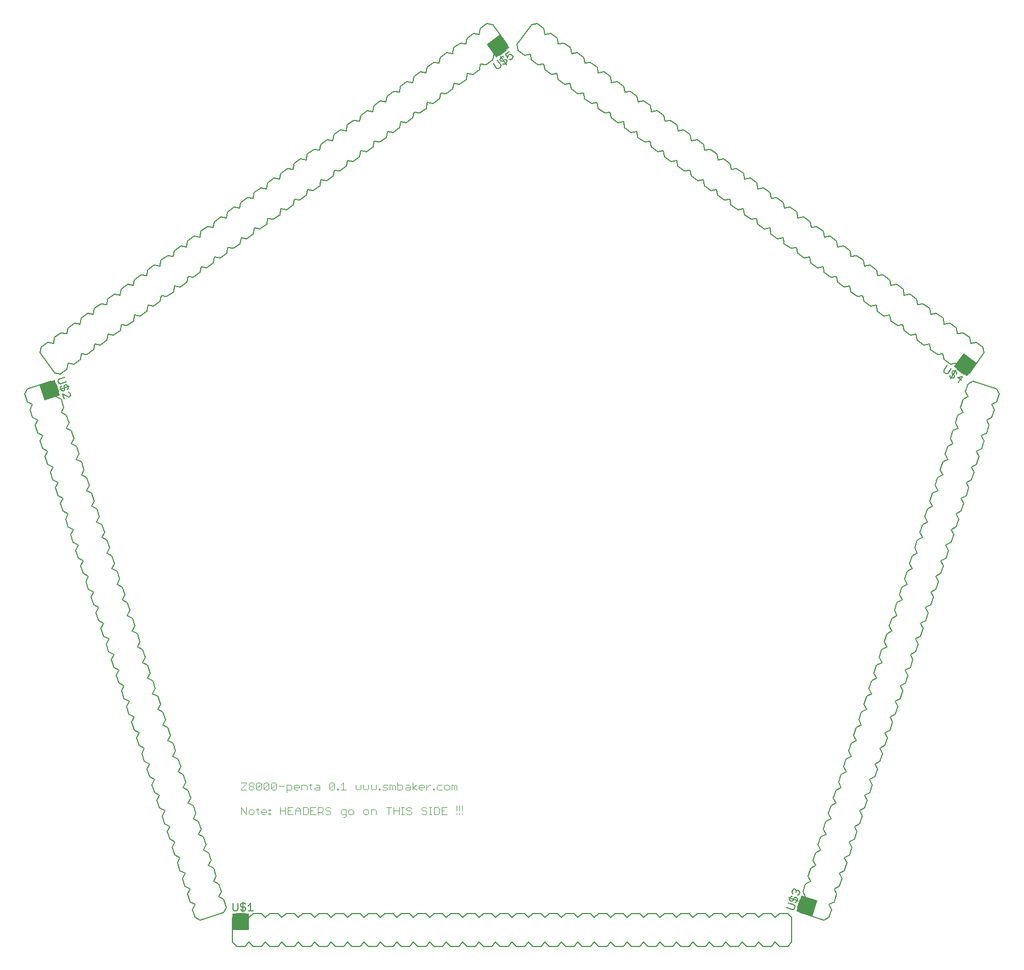
<source format=gto>
G75*
%MOIN*%
%OFA0B0*%
%FSLAX25Y25*%
%IPPOS*%
%LPD*%
%AMOC8*
5,1,8,0,0,1.08239X$1,22.5*
%
%ADD10C,0.00400*%
%ADD11C,0.00600*%
%ADD12R,0.10000X0.10000*%
%ADD13C,0.00500*%
%ADD14R,0.10000X0.10000*%
D10*
X0176500Y0091500D02*
X0176500Y0096104D01*
X0179569Y0091500D01*
X0179569Y0096104D01*
X0181104Y0093802D02*
X0181104Y0092267D01*
X0181871Y0091500D01*
X0183406Y0091500D01*
X0184173Y0092267D01*
X0184173Y0093802D01*
X0183406Y0094569D01*
X0181871Y0094569D01*
X0181104Y0093802D01*
X0185708Y0094569D02*
X0187242Y0094569D01*
X0186475Y0095337D02*
X0186475Y0092267D01*
X0187242Y0091500D01*
X0188777Y0092267D02*
X0188777Y0093802D01*
X0189544Y0094569D01*
X0191079Y0094569D01*
X0191846Y0093802D01*
X0191846Y0093035D01*
X0188777Y0093035D01*
X0188777Y0092267D02*
X0189544Y0091500D01*
X0191079Y0091500D01*
X0193381Y0091500D02*
X0193381Y0092267D01*
X0194148Y0092267D01*
X0194148Y0091500D01*
X0193381Y0091500D01*
X0193381Y0093802D02*
X0193381Y0094569D01*
X0194148Y0094569D01*
X0194148Y0093802D01*
X0193381Y0093802D01*
X0200287Y0093802D02*
X0203356Y0093802D01*
X0204891Y0093802D02*
X0206425Y0093802D01*
X0204891Y0096104D02*
X0204891Y0091500D01*
X0207960Y0091500D01*
X0209495Y0091500D02*
X0209495Y0094569D01*
X0211029Y0096104D01*
X0212564Y0094569D01*
X0212564Y0091500D01*
X0214099Y0091500D02*
X0216401Y0091500D01*
X0217168Y0092267D01*
X0217168Y0095337D01*
X0216401Y0096104D01*
X0214099Y0096104D01*
X0214099Y0091500D01*
X0212564Y0093802D02*
X0209495Y0093802D01*
X0207960Y0096104D02*
X0204891Y0096104D01*
X0203356Y0096104D02*
X0203356Y0091500D01*
X0200287Y0091500D02*
X0200287Y0096104D01*
X0204124Y0104965D02*
X0204124Y0109569D01*
X0206426Y0109569D01*
X0207193Y0108802D01*
X0207193Y0107267D01*
X0206426Y0106500D01*
X0204124Y0106500D01*
X0202589Y0108802D02*
X0199520Y0108802D01*
X0197985Y0110337D02*
X0194916Y0107267D01*
X0195683Y0106500D01*
X0197218Y0106500D01*
X0197985Y0107267D01*
X0197985Y0110337D01*
X0197218Y0111104D01*
X0195683Y0111104D01*
X0194916Y0110337D01*
X0194916Y0107267D01*
X0193381Y0107267D02*
X0192614Y0106500D01*
X0191079Y0106500D01*
X0190312Y0107267D01*
X0193381Y0110337D01*
X0193381Y0107267D01*
X0190312Y0107267D02*
X0190312Y0110337D01*
X0191079Y0111104D01*
X0192614Y0111104D01*
X0193381Y0110337D01*
X0188777Y0110337D02*
X0185708Y0107267D01*
X0186475Y0106500D01*
X0188010Y0106500D01*
X0188777Y0107267D01*
X0188777Y0110337D01*
X0188010Y0111104D01*
X0186475Y0111104D01*
X0185708Y0110337D01*
X0185708Y0107267D01*
X0184173Y0107267D02*
X0183406Y0106500D01*
X0181871Y0106500D01*
X0181104Y0107267D01*
X0181104Y0108035D01*
X0181871Y0108802D01*
X0183406Y0108802D01*
X0184173Y0108035D01*
X0184173Y0107267D01*
X0183406Y0108802D02*
X0184173Y0109569D01*
X0184173Y0110337D01*
X0183406Y0111104D01*
X0181871Y0111104D01*
X0181104Y0110337D01*
X0181104Y0109569D01*
X0181871Y0108802D01*
X0179569Y0110337D02*
X0176500Y0107267D01*
X0176500Y0106500D01*
X0179569Y0106500D01*
X0179569Y0110337D02*
X0179569Y0111104D01*
X0176500Y0111104D01*
X0208727Y0108802D02*
X0208727Y0107267D01*
X0209495Y0106500D01*
X0211029Y0106500D01*
X0211797Y0108035D02*
X0208727Y0108035D01*
X0208727Y0108802D02*
X0209495Y0109569D01*
X0211029Y0109569D01*
X0211797Y0108802D01*
X0211797Y0108035D01*
X0213331Y0109569D02*
X0213331Y0106500D01*
X0213331Y0109569D02*
X0215633Y0109569D01*
X0216401Y0108802D01*
X0216401Y0106500D01*
X0218703Y0107267D02*
X0219470Y0106500D01*
X0218703Y0107267D02*
X0218703Y0110337D01*
X0219470Y0109569D02*
X0217935Y0109569D01*
X0221005Y0107267D02*
X0221772Y0108035D01*
X0224074Y0108035D01*
X0224074Y0108802D02*
X0224074Y0106500D01*
X0221772Y0106500D01*
X0221005Y0107267D01*
X0221772Y0109569D02*
X0223307Y0109569D01*
X0224074Y0108802D01*
X0230212Y0107267D02*
X0230212Y0110337D01*
X0230980Y0111104D01*
X0232514Y0111104D01*
X0233282Y0110337D01*
X0230212Y0107267D01*
X0230980Y0106500D01*
X0232514Y0106500D01*
X0233282Y0107267D01*
X0233282Y0110337D01*
X0234816Y0107267D02*
X0235584Y0107267D01*
X0235584Y0106500D01*
X0234816Y0106500D01*
X0234816Y0107267D01*
X0237118Y0106500D02*
X0240188Y0106500D01*
X0238653Y0106500D02*
X0238653Y0111104D01*
X0237118Y0109569D01*
X0246326Y0109569D02*
X0246326Y0107267D01*
X0247093Y0106500D01*
X0247861Y0107267D01*
X0248628Y0106500D01*
X0249395Y0107267D01*
X0249395Y0109569D01*
X0250930Y0109569D02*
X0250930Y0107267D01*
X0251697Y0106500D01*
X0252465Y0107267D01*
X0253232Y0106500D01*
X0253999Y0107267D01*
X0253999Y0109569D01*
X0255534Y0109569D02*
X0255534Y0107267D01*
X0256301Y0106500D01*
X0257069Y0107267D01*
X0257836Y0106500D01*
X0258603Y0107267D01*
X0258603Y0109569D01*
X0260138Y0107267D02*
X0260905Y0107267D01*
X0260905Y0106500D01*
X0260138Y0106500D01*
X0260138Y0107267D01*
X0262440Y0106500D02*
X0264742Y0106500D01*
X0265509Y0107267D01*
X0264742Y0108035D01*
X0263207Y0108035D01*
X0262440Y0108802D01*
X0263207Y0109569D01*
X0265509Y0109569D01*
X0267044Y0109569D02*
X0267811Y0109569D01*
X0268578Y0108802D01*
X0269346Y0109569D01*
X0270113Y0108802D01*
X0270113Y0106500D01*
X0268578Y0106500D02*
X0268578Y0108802D01*
X0267044Y0109569D02*
X0267044Y0106500D01*
X0271648Y0106500D02*
X0271648Y0111104D01*
X0271648Y0109569D02*
X0273950Y0109569D01*
X0274717Y0108802D01*
X0274717Y0107267D01*
X0273950Y0106500D01*
X0271648Y0106500D01*
X0276252Y0107267D02*
X0277019Y0108035D01*
X0279321Y0108035D01*
X0279321Y0108802D02*
X0279321Y0106500D01*
X0277019Y0106500D01*
X0276252Y0107267D01*
X0277019Y0109569D02*
X0278554Y0109569D01*
X0279321Y0108802D01*
X0280856Y0108035D02*
X0283158Y0109569D01*
X0284692Y0108802D02*
X0285460Y0109569D01*
X0286994Y0109569D01*
X0287761Y0108802D01*
X0287761Y0108035D01*
X0284692Y0108035D01*
X0284692Y0108802D02*
X0284692Y0107267D01*
X0285460Y0106500D01*
X0286994Y0106500D01*
X0289296Y0106500D02*
X0289296Y0109569D01*
X0289296Y0108035D02*
X0290831Y0109569D01*
X0291598Y0109569D01*
X0293133Y0107267D02*
X0293900Y0107267D01*
X0293900Y0106500D01*
X0293133Y0106500D01*
X0293133Y0107267D01*
X0295435Y0107267D02*
X0296202Y0106500D01*
X0298504Y0106500D01*
X0300039Y0107267D02*
X0300806Y0106500D01*
X0302341Y0106500D01*
X0303108Y0107267D01*
X0303108Y0108802D01*
X0302341Y0109569D01*
X0300806Y0109569D01*
X0300039Y0108802D01*
X0300039Y0107267D01*
X0298504Y0109569D02*
X0296202Y0109569D01*
X0295435Y0108802D01*
X0295435Y0107267D01*
X0283158Y0106500D02*
X0280856Y0108035D01*
X0280856Y0106500D02*
X0280856Y0111104D01*
X0279321Y0096104D02*
X0277786Y0096104D01*
X0277019Y0095337D01*
X0277019Y0094569D01*
X0277786Y0093802D01*
X0279321Y0093802D01*
X0280088Y0093035D01*
X0280088Y0092267D01*
X0279321Y0091500D01*
X0277786Y0091500D01*
X0277019Y0092267D01*
X0275484Y0091500D02*
X0273950Y0091500D01*
X0274717Y0091500D02*
X0274717Y0096104D01*
X0273950Y0096104D02*
X0275484Y0096104D01*
X0272415Y0096104D02*
X0272415Y0091500D01*
X0272415Y0093802D02*
X0269346Y0093802D01*
X0269346Y0091500D02*
X0269346Y0096104D01*
X0267811Y0096104D02*
X0264742Y0096104D01*
X0266277Y0096104D02*
X0266277Y0091500D01*
X0258603Y0091500D02*
X0258603Y0093802D01*
X0257836Y0094569D01*
X0255534Y0094569D01*
X0255534Y0091500D01*
X0253999Y0092267D02*
X0253999Y0093802D01*
X0253232Y0094569D01*
X0251697Y0094569D01*
X0250930Y0093802D01*
X0250930Y0092267D01*
X0251697Y0091500D01*
X0253232Y0091500D01*
X0253999Y0092267D01*
X0244792Y0092267D02*
X0244792Y0093802D01*
X0244024Y0094569D01*
X0242490Y0094569D01*
X0241722Y0093802D01*
X0241722Y0092267D01*
X0242490Y0091500D01*
X0244024Y0091500D01*
X0244792Y0092267D01*
X0240188Y0091500D02*
X0237886Y0091500D01*
X0237118Y0092267D01*
X0237118Y0093802D01*
X0237886Y0094569D01*
X0240188Y0094569D01*
X0240188Y0090733D01*
X0239420Y0089965D01*
X0238653Y0089965D01*
X0230980Y0092267D02*
X0230212Y0091500D01*
X0228678Y0091500D01*
X0227910Y0092267D01*
X0226376Y0091500D02*
X0224841Y0093035D01*
X0225609Y0093035D02*
X0223307Y0093035D01*
X0223307Y0091500D02*
X0223307Y0096104D01*
X0225609Y0096104D01*
X0226376Y0095337D01*
X0226376Y0093802D01*
X0225609Y0093035D01*
X0227910Y0094569D02*
X0228678Y0093802D01*
X0230212Y0093802D01*
X0230980Y0093035D01*
X0230980Y0092267D01*
X0230980Y0095337D02*
X0230212Y0096104D01*
X0228678Y0096104D01*
X0227910Y0095337D01*
X0227910Y0094569D01*
X0221772Y0096104D02*
X0218703Y0096104D01*
X0218703Y0091500D01*
X0221772Y0091500D01*
X0220237Y0093802D02*
X0218703Y0093802D01*
X0279321Y0096104D02*
X0280088Y0095337D01*
X0286227Y0095337D02*
X0286227Y0094569D01*
X0286994Y0093802D01*
X0288529Y0093802D01*
X0289296Y0093035D01*
X0289296Y0092267D01*
X0288529Y0091500D01*
X0286994Y0091500D01*
X0286227Y0092267D01*
X0286227Y0095337D02*
X0286994Y0096104D01*
X0288529Y0096104D01*
X0289296Y0095337D01*
X0290831Y0096104D02*
X0292365Y0096104D01*
X0291598Y0096104D02*
X0291598Y0091500D01*
X0290831Y0091500D02*
X0292365Y0091500D01*
X0293900Y0091500D02*
X0296202Y0091500D01*
X0296969Y0092267D01*
X0296969Y0095337D01*
X0296202Y0096104D01*
X0293900Y0096104D01*
X0293900Y0091500D01*
X0298504Y0091500D02*
X0301573Y0091500D01*
X0300039Y0093802D02*
X0298504Y0093802D01*
X0298504Y0096104D02*
X0298504Y0091500D01*
X0298504Y0096104D02*
X0301573Y0096104D01*
X0307712Y0096871D02*
X0307712Y0093802D01*
X0309246Y0093802D02*
X0309246Y0096871D01*
X0310781Y0096871D02*
X0310781Y0093802D01*
X0310781Y0092267D02*
X0310781Y0091500D01*
X0309246Y0091500D02*
X0309246Y0092267D01*
X0307712Y0092267D02*
X0307712Y0091500D01*
X0307712Y0106500D02*
X0307712Y0108802D01*
X0306945Y0109569D01*
X0306177Y0108802D01*
X0306177Y0106500D01*
X0304643Y0106500D02*
X0304643Y0109569D01*
X0305410Y0109569D01*
X0306177Y0108802D01*
D11*
X0126919Y0095482D02*
X0125373Y0100237D01*
X0126979Y0103387D01*
X0123828Y0104992D01*
X0122283Y0109748D01*
X0123888Y0112898D01*
X0120738Y0114503D01*
X0119193Y0119258D01*
X0120798Y0122408D01*
X0117648Y0124014D01*
X0116103Y0128769D01*
X0117708Y0131919D01*
X0114558Y0133524D01*
X0113013Y0138279D01*
X0114618Y0141430D01*
X0111468Y0143035D01*
X0109923Y0147790D01*
X0111528Y0150940D01*
X0108378Y0152545D01*
X0106832Y0157300D01*
X0108438Y0160451D01*
X0105287Y0162056D01*
X0103742Y0166811D01*
X0105347Y0169961D01*
X0102197Y0171566D01*
X0100652Y0176322D01*
X0102257Y0179472D01*
X0099107Y0181077D01*
X0097562Y0185832D01*
X0099167Y0188982D01*
X0096017Y0190587D01*
X0094472Y0195343D01*
X0096077Y0198493D01*
X0092927Y0200098D01*
X0091382Y0204853D01*
X0092987Y0208003D01*
X0089837Y0209609D01*
X0088291Y0214364D01*
X0089897Y0217514D01*
X0086746Y0219119D01*
X0085201Y0223874D01*
X0086806Y0227025D01*
X0083656Y0228630D01*
X0082111Y0233385D01*
X0083716Y0236535D01*
X0080566Y0238140D01*
X0079021Y0242896D01*
X0080626Y0246046D01*
X0077476Y0247651D01*
X0075931Y0252406D01*
X0077536Y0255556D01*
X0074386Y0257161D01*
X0072841Y0261917D01*
X0074446Y0265067D01*
X0071296Y0266672D01*
X0069750Y0271427D01*
X0071356Y0274577D01*
X0068205Y0276183D01*
X0066660Y0280938D01*
X0068265Y0284088D01*
X0065115Y0285693D01*
X0063570Y0290448D01*
X0065175Y0293599D01*
X0062025Y0295204D01*
X0060480Y0299959D01*
X0062085Y0303109D01*
X0058935Y0304714D01*
X0057390Y0309470D01*
X0058995Y0312620D01*
X0055845Y0314225D01*
X0054300Y0318980D01*
X0055905Y0322130D01*
X0052755Y0323735D01*
X0051209Y0328491D01*
X0052815Y0331641D01*
X0049664Y0333246D01*
X0048119Y0338001D01*
X0049724Y0341151D01*
X0046574Y0342757D01*
X0045029Y0347512D01*
X0046634Y0350662D01*
X0060900Y0355297D01*
X0064050Y0353692D01*
X0065595Y0348937D01*
X0063990Y0345787D01*
X0067140Y0344182D01*
X0068685Y0339426D01*
X0067080Y0336276D01*
X0070231Y0334671D01*
X0071776Y0329916D01*
X0070171Y0326766D01*
X0073321Y0325160D01*
X0074866Y0320405D01*
X0073261Y0317255D01*
X0076411Y0315650D01*
X0077956Y0310895D01*
X0076351Y0307744D01*
X0079501Y0306139D01*
X0081046Y0301384D01*
X0079441Y0298234D01*
X0082591Y0296629D01*
X0084136Y0291873D01*
X0082531Y0288723D01*
X0085681Y0287118D01*
X0087226Y0282363D01*
X0085621Y0279213D01*
X0088772Y0277608D01*
X0090317Y0272852D01*
X0088712Y0269702D01*
X0091862Y0268097D01*
X0093407Y0263342D01*
X0091802Y0260192D01*
X0094952Y0258586D01*
X0096497Y0253831D01*
X0094892Y0250681D01*
X0098042Y0249076D01*
X0099587Y0244321D01*
X0097982Y0241170D01*
X0101132Y0239565D01*
X0102677Y0234810D01*
X0101072Y0231660D01*
X0104222Y0230055D01*
X0105768Y0225299D01*
X0104162Y0222149D01*
X0107313Y0220544D01*
X0108858Y0215789D01*
X0107253Y0212639D01*
X0110403Y0211034D01*
X0111948Y0206278D01*
X0110343Y0203128D01*
X0113493Y0201523D01*
X0115038Y0196768D01*
X0113433Y0193618D01*
X0116583Y0192013D01*
X0118128Y0187257D01*
X0116523Y0184107D01*
X0119673Y0182502D01*
X0121218Y0177747D01*
X0119613Y0174596D01*
X0122763Y0172991D01*
X0124309Y0168236D01*
X0122703Y0165086D01*
X0125854Y0163481D01*
X0127399Y0158726D01*
X0125794Y0155575D01*
X0128944Y0153970D01*
X0130489Y0149215D01*
X0128884Y0146065D01*
X0132034Y0144460D01*
X0133579Y0139704D01*
X0131974Y0136554D01*
X0135124Y0134949D01*
X0136669Y0130194D01*
X0135064Y0127044D01*
X0138214Y0125439D01*
X0139759Y0120683D01*
X0138154Y0117533D01*
X0141304Y0115928D01*
X0142850Y0111173D01*
X0141244Y0108023D01*
X0144395Y0106417D01*
X0145940Y0101662D01*
X0144335Y0098512D01*
X0147485Y0096907D01*
X0149030Y0092152D01*
X0147425Y0089001D01*
X0150575Y0087396D01*
X0152120Y0082641D01*
X0150515Y0079491D01*
X0153665Y0077886D01*
X0155210Y0073130D01*
X0153605Y0069980D01*
X0156755Y0068375D01*
X0158300Y0063620D01*
X0156695Y0060470D01*
X0159845Y0058865D01*
X0161391Y0054109D01*
X0159785Y0050959D01*
X0162936Y0049354D01*
X0164481Y0044599D01*
X0162876Y0041449D01*
X0166026Y0039843D01*
X0167571Y0035088D01*
X0165966Y0031938D01*
X0151700Y0027303D01*
X0148550Y0028908D01*
X0147005Y0033663D01*
X0148610Y0036813D01*
X0145460Y0038418D01*
X0143915Y0043174D01*
X0145520Y0046324D01*
X0142369Y0047929D01*
X0140824Y0052684D01*
X0142429Y0055834D01*
X0139279Y0057440D01*
X0137734Y0062195D01*
X0139339Y0065345D01*
X0136189Y0066950D01*
X0134644Y0071705D01*
X0136249Y0074856D01*
X0133099Y0076461D01*
X0131554Y0081216D01*
X0133159Y0084366D01*
X0130009Y0085971D01*
X0128464Y0090727D01*
X0130069Y0093877D01*
X0126919Y0095482D01*
X0173800Y0031300D02*
X0171300Y0028800D01*
X0171300Y0013800D01*
X0173800Y0011300D01*
X0178800Y0011300D01*
X0181300Y0013800D01*
X0183800Y0011300D01*
X0188800Y0011300D01*
X0191300Y0013800D01*
X0193800Y0011300D01*
X0198800Y0011300D01*
X0201300Y0013800D01*
X0203800Y0011300D01*
X0208800Y0011300D01*
X0211300Y0013800D01*
X0213800Y0011300D01*
X0218800Y0011300D01*
X0221300Y0013800D01*
X0223800Y0011300D01*
X0228800Y0011300D01*
X0231300Y0013800D01*
X0233800Y0011300D01*
X0238800Y0011300D01*
X0241300Y0013800D01*
X0243800Y0011300D01*
X0248800Y0011300D01*
X0251300Y0013800D01*
X0253800Y0011300D01*
X0258800Y0011300D01*
X0261300Y0013800D01*
X0263800Y0011300D01*
X0268800Y0011300D01*
X0271300Y0013800D01*
X0273800Y0011300D01*
X0278800Y0011300D01*
X0281300Y0013800D01*
X0283800Y0011300D01*
X0288800Y0011300D01*
X0291300Y0013800D01*
X0293800Y0011300D01*
X0298800Y0011300D01*
X0301300Y0013800D01*
X0303800Y0011300D01*
X0308800Y0011300D01*
X0311300Y0013800D01*
X0313800Y0011300D01*
X0318800Y0011300D01*
X0321300Y0013800D01*
X0323800Y0011300D01*
X0328800Y0011300D01*
X0331300Y0013800D01*
X0333800Y0011300D01*
X0338800Y0011300D01*
X0341300Y0013800D01*
X0343800Y0011300D01*
X0348800Y0011300D01*
X0351300Y0013800D01*
X0353800Y0011300D01*
X0358800Y0011300D01*
X0361300Y0013800D01*
X0363800Y0011300D01*
X0368800Y0011300D01*
X0371300Y0013800D01*
X0373800Y0011300D01*
X0378800Y0011300D01*
X0381300Y0013800D01*
X0383800Y0011300D01*
X0388800Y0011300D01*
X0391300Y0013800D01*
X0393800Y0011300D01*
X0398800Y0011300D01*
X0401300Y0013800D01*
X0403800Y0011300D01*
X0408800Y0011300D01*
X0411300Y0013800D01*
X0413800Y0011300D01*
X0418800Y0011300D01*
X0421300Y0013800D01*
X0423800Y0011300D01*
X0428800Y0011300D01*
X0431300Y0013800D01*
X0433800Y0011300D01*
X0438800Y0011300D01*
X0441300Y0013800D01*
X0443800Y0011300D01*
X0448800Y0011300D01*
X0451300Y0013800D01*
X0453800Y0011300D01*
X0458800Y0011300D01*
X0461300Y0013800D01*
X0463800Y0011300D01*
X0468800Y0011300D01*
X0471300Y0013800D01*
X0473800Y0011300D01*
X0478800Y0011300D01*
X0481300Y0013800D01*
X0483800Y0011300D01*
X0488800Y0011300D01*
X0491300Y0013800D01*
X0493800Y0011300D01*
X0498800Y0011300D01*
X0501300Y0013800D01*
X0503800Y0011300D01*
X0508800Y0011300D01*
X0511300Y0013800D01*
X0511300Y0028800D01*
X0508800Y0031300D01*
X0503800Y0031300D01*
X0501300Y0028800D01*
X0498800Y0031300D01*
X0493800Y0031300D01*
X0491300Y0028800D01*
X0488800Y0031300D01*
X0483800Y0031300D01*
X0481300Y0028800D01*
X0478800Y0031300D01*
X0473800Y0031300D01*
X0471300Y0028800D01*
X0468800Y0031300D01*
X0463800Y0031300D01*
X0461300Y0028800D01*
X0458800Y0031300D01*
X0453800Y0031300D01*
X0451300Y0028800D01*
X0448800Y0031300D01*
X0443800Y0031300D01*
X0441300Y0028800D01*
X0438800Y0031300D01*
X0433800Y0031300D01*
X0431300Y0028800D01*
X0428800Y0031300D01*
X0423800Y0031300D01*
X0421300Y0028800D01*
X0418800Y0031300D01*
X0413800Y0031300D01*
X0411300Y0028800D01*
X0408800Y0031300D01*
X0403800Y0031300D01*
X0401300Y0028800D01*
X0398800Y0031300D01*
X0393800Y0031300D01*
X0391300Y0028800D01*
X0388800Y0031300D01*
X0383800Y0031300D01*
X0381300Y0028800D01*
X0378800Y0031300D01*
X0373800Y0031300D01*
X0371300Y0028800D01*
X0368800Y0031300D01*
X0363800Y0031300D01*
X0361300Y0028800D01*
X0358800Y0031300D01*
X0353800Y0031300D01*
X0351300Y0028800D01*
X0348800Y0031300D01*
X0343800Y0031300D01*
X0341300Y0028800D01*
X0338800Y0031300D01*
X0333800Y0031300D01*
X0331300Y0028800D01*
X0328800Y0031300D01*
X0323800Y0031300D01*
X0321300Y0028800D01*
X0318800Y0031300D01*
X0313800Y0031300D01*
X0311300Y0028800D01*
X0308800Y0031300D01*
X0303800Y0031300D01*
X0301300Y0028800D01*
X0298800Y0031300D01*
X0293800Y0031300D01*
X0291300Y0028800D01*
X0288800Y0031300D01*
X0283800Y0031300D01*
X0281300Y0028800D01*
X0278800Y0031300D01*
X0273800Y0031300D01*
X0271300Y0028800D01*
X0268800Y0031300D01*
X0263800Y0031300D01*
X0261300Y0028800D01*
X0258800Y0031300D01*
X0253800Y0031300D01*
X0251300Y0028800D01*
X0248800Y0031300D01*
X0243800Y0031300D01*
X0241300Y0028800D01*
X0238800Y0031300D01*
X0233800Y0031300D01*
X0231300Y0028800D01*
X0228800Y0031300D01*
X0223800Y0031300D01*
X0221300Y0028800D01*
X0218800Y0031300D01*
X0213800Y0031300D01*
X0211300Y0028800D01*
X0208800Y0031300D01*
X0203800Y0031300D01*
X0201300Y0028800D01*
X0198800Y0031300D01*
X0193800Y0031300D01*
X0191300Y0028800D01*
X0188800Y0031300D01*
X0183800Y0031300D01*
X0181300Y0028800D01*
X0178800Y0031300D01*
X0173800Y0031300D01*
X0515029Y0035088D02*
X0516634Y0031938D01*
X0530900Y0027303D01*
X0534050Y0028908D01*
X0535595Y0033663D01*
X0533990Y0036813D01*
X0537140Y0038418D01*
X0538685Y0043174D01*
X0537080Y0046324D01*
X0540231Y0047929D01*
X0541776Y0052684D01*
X0540171Y0055834D01*
X0543321Y0057440D01*
X0544866Y0062195D01*
X0543261Y0065345D01*
X0546411Y0066950D01*
X0547956Y0071705D01*
X0546351Y0074856D01*
X0549501Y0076461D01*
X0551046Y0081216D01*
X0549441Y0084366D01*
X0552591Y0085971D01*
X0554136Y0090727D01*
X0552531Y0093877D01*
X0555681Y0095482D01*
X0557226Y0100237D01*
X0555621Y0103387D01*
X0558772Y0104992D01*
X0560317Y0109748D01*
X0558712Y0112898D01*
X0561862Y0114503D01*
X0563407Y0119258D01*
X0561802Y0122408D01*
X0564952Y0124014D01*
X0566497Y0128769D01*
X0564892Y0131919D01*
X0568042Y0133524D01*
X0569587Y0138279D01*
X0567982Y0141430D01*
X0571132Y0143035D01*
X0572677Y0147790D01*
X0571072Y0150940D01*
X0574222Y0152545D01*
X0575768Y0157300D01*
X0574162Y0160451D01*
X0577313Y0162056D01*
X0578858Y0166811D01*
X0577253Y0169961D01*
X0580403Y0171566D01*
X0581948Y0176322D01*
X0580343Y0179472D01*
X0583493Y0181077D01*
X0585038Y0185832D01*
X0583433Y0188982D01*
X0586583Y0190587D01*
X0588128Y0195343D01*
X0586523Y0198493D01*
X0589673Y0200098D01*
X0591218Y0204853D01*
X0589613Y0208003D01*
X0592763Y0209609D01*
X0594309Y0214364D01*
X0592703Y0217514D01*
X0595854Y0219119D01*
X0597399Y0223874D01*
X0595794Y0227025D01*
X0598944Y0228630D01*
X0600489Y0233385D01*
X0598884Y0236535D01*
X0602034Y0238140D01*
X0603579Y0242896D01*
X0601974Y0246046D01*
X0605124Y0247651D01*
X0606669Y0252406D01*
X0605064Y0255556D01*
X0608214Y0257161D01*
X0609759Y0261917D01*
X0608154Y0265067D01*
X0611304Y0266672D01*
X0612850Y0271427D01*
X0611244Y0274577D01*
X0614395Y0276183D01*
X0615940Y0280938D01*
X0614335Y0284088D01*
X0617485Y0285693D01*
X0619030Y0290448D01*
X0617425Y0293599D01*
X0620575Y0295204D01*
X0622120Y0299959D01*
X0620515Y0303109D01*
X0623665Y0304714D01*
X0625210Y0309470D01*
X0623605Y0312620D01*
X0626755Y0314225D01*
X0628300Y0318980D01*
X0626695Y0322130D01*
X0629845Y0323735D01*
X0631391Y0328491D01*
X0629785Y0331641D01*
X0632936Y0333246D01*
X0634481Y0338001D01*
X0632876Y0341151D01*
X0636026Y0342757D01*
X0637571Y0347512D01*
X0635966Y0350662D01*
X0621700Y0355297D01*
X0618550Y0353692D01*
X0617005Y0348937D01*
X0618610Y0345787D01*
X0615460Y0344182D01*
X0613915Y0339426D01*
X0615520Y0336276D01*
X0612369Y0334671D01*
X0610824Y0329916D01*
X0612429Y0326766D01*
X0609279Y0325160D01*
X0607734Y0320405D01*
X0609339Y0317255D01*
X0606189Y0315650D01*
X0604644Y0310895D01*
X0606249Y0307744D01*
X0603099Y0306139D01*
X0601554Y0301384D01*
X0603159Y0298234D01*
X0600009Y0296629D01*
X0598464Y0291873D01*
X0600069Y0288723D01*
X0596919Y0287118D01*
X0595373Y0282363D01*
X0596979Y0279213D01*
X0593828Y0277608D01*
X0592283Y0272852D01*
X0593888Y0269702D01*
X0590738Y0268097D01*
X0589193Y0263342D01*
X0590798Y0260192D01*
X0587648Y0258586D01*
X0586103Y0253831D01*
X0587708Y0250681D01*
X0584558Y0249076D01*
X0583013Y0244321D01*
X0584618Y0241170D01*
X0581468Y0239565D01*
X0579923Y0234810D01*
X0581528Y0231660D01*
X0578378Y0230055D01*
X0576832Y0225299D01*
X0578438Y0222149D01*
X0575287Y0220544D01*
X0573742Y0215789D01*
X0575347Y0212639D01*
X0572197Y0211034D01*
X0570652Y0206278D01*
X0572257Y0203128D01*
X0569107Y0201523D01*
X0567562Y0196768D01*
X0569167Y0193618D01*
X0566017Y0192013D01*
X0564472Y0187257D01*
X0566077Y0184107D01*
X0562927Y0182502D01*
X0561382Y0177747D01*
X0562987Y0174596D01*
X0559837Y0172991D01*
X0558291Y0168236D01*
X0559897Y0165086D01*
X0556746Y0163481D01*
X0555201Y0158726D01*
X0556806Y0155575D01*
X0553656Y0153970D01*
X0552111Y0149215D01*
X0553716Y0146065D01*
X0550566Y0144460D01*
X0549021Y0139704D01*
X0550626Y0136554D01*
X0547476Y0134949D01*
X0545931Y0130194D01*
X0547536Y0127044D01*
X0544386Y0125439D01*
X0542841Y0120683D01*
X0544446Y0117533D01*
X0541296Y0115928D01*
X0539750Y0111173D01*
X0541356Y0108023D01*
X0538205Y0106417D01*
X0536660Y0101662D01*
X0538265Y0098512D01*
X0535115Y0096907D01*
X0533570Y0092152D01*
X0535175Y0089001D01*
X0532025Y0087396D01*
X0530480Y0082641D01*
X0532085Y0079491D01*
X0528935Y0077886D01*
X0527390Y0073130D01*
X0528995Y0069980D01*
X0525845Y0068375D01*
X0524300Y0063620D01*
X0525905Y0060470D01*
X0522755Y0058865D01*
X0521209Y0054109D01*
X0522815Y0050959D01*
X0519664Y0049354D01*
X0518119Y0044599D01*
X0519724Y0041449D01*
X0516574Y0039843D01*
X0515029Y0035088D01*
X0615932Y0359756D02*
X0619424Y0360309D01*
X0628241Y0372444D01*
X0627688Y0375936D01*
X0623643Y0378875D01*
X0620151Y0378322D01*
X0619598Y0381814D01*
X0615553Y0384753D01*
X0612061Y0384200D01*
X0611508Y0387692D01*
X0607463Y0390631D01*
X0603971Y0390078D01*
X0603418Y0393570D01*
X0599373Y0396509D01*
X0595881Y0395956D01*
X0595328Y0399448D01*
X0591282Y0402386D01*
X0587790Y0401833D01*
X0587237Y0405325D01*
X0583192Y0408264D01*
X0579700Y0407711D01*
X0579147Y0411203D01*
X0575102Y0414142D01*
X0571610Y0413589D01*
X0571057Y0417081D01*
X0567012Y0420020D01*
X0563520Y0419467D01*
X0562967Y0422959D01*
X0558922Y0425898D01*
X0555430Y0425345D01*
X0554877Y0428837D01*
X0550832Y0431776D01*
X0547340Y0431223D01*
X0546786Y0434715D01*
X0542741Y0437654D01*
X0539249Y0437101D01*
X0538696Y0440593D01*
X0534651Y0443531D01*
X0531159Y0442978D01*
X0530606Y0446470D01*
X0526561Y0449409D01*
X0523069Y0448856D01*
X0522516Y0452348D01*
X0518471Y0455287D01*
X0514979Y0454734D01*
X0514426Y0458226D01*
X0510381Y0461165D01*
X0506889Y0460612D01*
X0506336Y0464104D01*
X0502291Y0467043D01*
X0498799Y0466490D01*
X0498245Y0469982D01*
X0494200Y0472921D01*
X0490708Y0472368D01*
X0490155Y0475860D01*
X0486110Y0478799D01*
X0482618Y0478245D01*
X0482065Y0481737D01*
X0478020Y0484676D01*
X0474528Y0484123D01*
X0473975Y0487615D01*
X0469930Y0490554D01*
X0466438Y0490001D01*
X0465885Y0493493D01*
X0461840Y0496432D01*
X0458348Y0495879D01*
X0457795Y0499371D01*
X0453750Y0502310D01*
X0450258Y0501757D01*
X0449704Y0505249D01*
X0445659Y0508188D01*
X0442167Y0507635D01*
X0441614Y0511127D01*
X0437569Y0514066D01*
X0434077Y0513513D01*
X0433524Y0517005D01*
X0429479Y0519944D01*
X0425987Y0519390D01*
X0425434Y0522882D01*
X0421389Y0525821D01*
X0417897Y0525268D01*
X0417344Y0528760D01*
X0413299Y0531699D01*
X0409807Y0531146D01*
X0409254Y0534638D01*
X0405209Y0537577D01*
X0401717Y0537024D01*
X0401163Y0540516D01*
X0397118Y0543455D01*
X0393626Y0542902D01*
X0393073Y0546394D01*
X0389028Y0549333D01*
X0385536Y0548780D01*
X0384983Y0552272D01*
X0380938Y0555211D01*
X0377446Y0554658D01*
X0376893Y0558150D01*
X0372848Y0561088D01*
X0369356Y0560535D01*
X0368803Y0564027D01*
X0364758Y0566966D01*
X0361266Y0566413D01*
X0360713Y0569905D01*
X0356667Y0572844D01*
X0353175Y0572291D01*
X0344359Y0560156D01*
X0344912Y0556664D01*
X0348957Y0553725D01*
X0352449Y0554278D01*
X0353002Y0550786D01*
X0357047Y0547847D01*
X0360539Y0548400D01*
X0361092Y0544908D01*
X0365137Y0541969D01*
X0368629Y0542522D01*
X0369182Y0539030D01*
X0373227Y0536091D01*
X0376719Y0536644D01*
X0377272Y0533152D01*
X0381318Y0530214D01*
X0384810Y0530767D01*
X0385363Y0527275D01*
X0389408Y0524336D01*
X0392900Y0524889D01*
X0393453Y0521397D01*
X0397498Y0518458D01*
X0400990Y0519011D01*
X0401543Y0515519D01*
X0405588Y0512580D01*
X0409080Y0513133D01*
X0409633Y0509641D01*
X0413678Y0506702D01*
X0417170Y0507255D01*
X0417723Y0503763D01*
X0421768Y0500824D01*
X0425260Y0501377D01*
X0425813Y0497885D01*
X0429859Y0494946D01*
X0433351Y0495499D01*
X0433904Y0492007D01*
X0437949Y0489069D01*
X0441441Y0489622D01*
X0441994Y0486130D01*
X0446039Y0483191D01*
X0449531Y0483744D01*
X0450084Y0480252D01*
X0454129Y0477313D01*
X0457621Y0477866D01*
X0458174Y0474374D01*
X0462219Y0471435D01*
X0465711Y0471988D01*
X0466264Y0468496D01*
X0470309Y0465557D01*
X0473801Y0466110D01*
X0474355Y0462618D01*
X0478400Y0459679D01*
X0481892Y0460232D01*
X0482445Y0456740D01*
X0486490Y0453801D01*
X0489982Y0454355D01*
X0490535Y0450863D01*
X0494580Y0447924D01*
X0498072Y0448477D01*
X0498625Y0444985D01*
X0502670Y0442046D01*
X0506162Y0442599D01*
X0506715Y0439107D01*
X0510760Y0436168D01*
X0514252Y0436721D01*
X0514805Y0433229D01*
X0518850Y0430290D01*
X0522342Y0430843D01*
X0522896Y0427351D01*
X0526941Y0424412D01*
X0530433Y0424965D01*
X0530986Y0421473D01*
X0535031Y0418534D01*
X0538523Y0419087D01*
X0539076Y0415595D01*
X0543121Y0412656D01*
X0546613Y0413210D01*
X0547166Y0409718D01*
X0551211Y0406779D01*
X0554703Y0407332D01*
X0555256Y0403840D01*
X0559301Y0400901D01*
X0562793Y0401454D01*
X0563346Y0397962D01*
X0567391Y0395023D01*
X0570883Y0395576D01*
X0571437Y0392084D01*
X0575482Y0389145D01*
X0578974Y0389698D01*
X0579527Y0386206D01*
X0583572Y0383267D01*
X0587064Y0383820D01*
X0587617Y0380328D01*
X0591662Y0377389D01*
X0595154Y0377942D01*
X0595707Y0374450D01*
X0599752Y0371512D01*
X0603244Y0372065D01*
X0603797Y0368573D01*
X0607842Y0365634D01*
X0611334Y0366187D01*
X0611887Y0362695D01*
X0615932Y0359756D01*
X0337688Y0556664D02*
X0338241Y0560156D01*
X0329424Y0572291D01*
X0325932Y0572844D01*
X0321887Y0569905D01*
X0321334Y0566413D01*
X0317842Y0566966D01*
X0313797Y0564027D01*
X0313244Y0560535D01*
X0309752Y0561088D01*
X0305707Y0558150D01*
X0305154Y0554658D01*
X0301662Y0555211D01*
X0297617Y0552272D01*
X0297064Y0548780D01*
X0293572Y0549333D01*
X0289527Y0546394D01*
X0288974Y0542902D01*
X0285482Y0543455D01*
X0281437Y0540516D01*
X0280883Y0537024D01*
X0277391Y0537577D01*
X0273346Y0534638D01*
X0272793Y0531146D01*
X0269301Y0531699D01*
X0265256Y0528760D01*
X0264703Y0525268D01*
X0261211Y0525821D01*
X0257166Y0522882D01*
X0256613Y0519390D01*
X0253121Y0519944D01*
X0249076Y0517005D01*
X0248523Y0513513D01*
X0245031Y0514066D01*
X0240986Y0511127D01*
X0240433Y0507635D01*
X0236941Y0508188D01*
X0232896Y0505249D01*
X0232342Y0501757D01*
X0228850Y0502310D01*
X0224805Y0499371D01*
X0224252Y0495879D01*
X0220760Y0496432D01*
X0216715Y0493493D01*
X0216162Y0490001D01*
X0212670Y0490554D01*
X0208625Y0487615D01*
X0208072Y0484123D01*
X0204580Y0484676D01*
X0200535Y0481737D01*
X0199982Y0478245D01*
X0196490Y0478799D01*
X0192445Y0475860D01*
X0191892Y0472368D01*
X0188400Y0472921D01*
X0184355Y0469982D01*
X0183801Y0466490D01*
X0180309Y0467043D01*
X0176264Y0464104D01*
X0175711Y0460612D01*
X0172219Y0461165D01*
X0168174Y0458226D01*
X0167621Y0454734D01*
X0164129Y0455287D01*
X0160084Y0452348D01*
X0159531Y0448856D01*
X0156039Y0449409D01*
X0151994Y0446470D01*
X0151441Y0442978D01*
X0147949Y0443531D01*
X0143904Y0440593D01*
X0143351Y0437101D01*
X0139859Y0437654D01*
X0135813Y0434715D01*
X0135260Y0431223D01*
X0131768Y0431776D01*
X0127723Y0428837D01*
X0127170Y0425345D01*
X0123678Y0425898D01*
X0119633Y0422959D01*
X0119080Y0419467D01*
X0115588Y0420020D01*
X0111543Y0417081D01*
X0110990Y0413589D01*
X0107498Y0414142D01*
X0103453Y0411203D01*
X0102900Y0407711D01*
X0099408Y0408264D01*
X0095363Y0405325D01*
X0094810Y0401833D01*
X0091318Y0402386D01*
X0087272Y0399448D01*
X0086719Y0395956D01*
X0083227Y0396509D01*
X0079182Y0393570D01*
X0078629Y0390078D01*
X0075137Y0390631D01*
X0071092Y0387692D01*
X0070539Y0384200D01*
X0067047Y0384753D01*
X0063002Y0381814D01*
X0062449Y0378322D01*
X0058957Y0378875D01*
X0054912Y0375936D01*
X0054359Y0372444D01*
X0063175Y0360309D01*
X0066667Y0359756D01*
X0070713Y0362695D01*
X0071266Y0366187D01*
X0074758Y0365634D01*
X0078803Y0368573D01*
X0079356Y0372065D01*
X0082848Y0371512D01*
X0086893Y0374450D01*
X0087446Y0377942D01*
X0090938Y0377389D01*
X0094983Y0380328D01*
X0095536Y0383820D01*
X0099028Y0383267D01*
X0103073Y0386206D01*
X0103626Y0389698D01*
X0107118Y0389145D01*
X0111163Y0392084D01*
X0111717Y0395576D01*
X0115209Y0395023D01*
X0119254Y0397962D01*
X0119807Y0401454D01*
X0123299Y0400901D01*
X0127344Y0403840D01*
X0127897Y0407332D01*
X0131389Y0406779D01*
X0135434Y0409718D01*
X0135987Y0413210D01*
X0139479Y0412656D01*
X0143524Y0415595D01*
X0144077Y0419087D01*
X0147569Y0418534D01*
X0151614Y0421473D01*
X0152167Y0424965D01*
X0155659Y0424412D01*
X0159704Y0427351D01*
X0160258Y0430843D01*
X0163750Y0430290D01*
X0167795Y0433229D01*
X0168348Y0436721D01*
X0171840Y0436168D01*
X0175885Y0439107D01*
X0176438Y0442599D01*
X0179930Y0442046D01*
X0183975Y0444985D01*
X0184528Y0448477D01*
X0188020Y0447924D01*
X0192065Y0450863D01*
X0192618Y0454355D01*
X0196110Y0453801D01*
X0200155Y0456740D01*
X0200708Y0460232D01*
X0204200Y0459679D01*
X0208245Y0462618D01*
X0208799Y0466110D01*
X0212291Y0465557D01*
X0216336Y0468496D01*
X0216889Y0471988D01*
X0220381Y0471435D01*
X0224426Y0474374D01*
X0224979Y0477866D01*
X0228471Y0477313D01*
X0232516Y0480252D01*
X0233069Y0483744D01*
X0236561Y0483191D01*
X0240606Y0486130D01*
X0241159Y0489622D01*
X0244651Y0489069D01*
X0248696Y0492007D01*
X0249249Y0495499D01*
X0252741Y0494946D01*
X0256786Y0497885D01*
X0257340Y0501377D01*
X0260832Y0500824D01*
X0264877Y0503763D01*
X0265430Y0507255D01*
X0268922Y0506702D01*
X0272967Y0509641D01*
X0273520Y0513133D01*
X0277012Y0512580D01*
X0281057Y0515519D01*
X0281610Y0519011D01*
X0285102Y0518458D01*
X0289147Y0521397D01*
X0289700Y0524889D01*
X0293192Y0524336D01*
X0297237Y0527275D01*
X0297790Y0530767D01*
X0301282Y0530214D01*
X0305328Y0533152D01*
X0305881Y0536644D01*
X0309373Y0536091D01*
X0313418Y0539030D01*
X0313971Y0542522D01*
X0317463Y0541969D01*
X0321508Y0544908D01*
X0322061Y0548400D01*
X0325553Y0547847D01*
X0329598Y0550786D01*
X0330151Y0554278D01*
X0333643Y0553725D01*
X0337688Y0556664D01*
D12*
X0176300Y0026300D03*
D13*
X0177655Y0032299D02*
X0177655Y0038304D01*
X0176905Y0037554D02*
X0178406Y0037554D01*
X0179156Y0036803D01*
X0178406Y0035302D02*
X0176905Y0035302D01*
X0176154Y0036053D01*
X0176154Y0036803D01*
X0176905Y0037554D01*
X0174553Y0037554D02*
X0174553Y0033801D01*
X0173802Y0033050D01*
X0172301Y0033050D01*
X0171550Y0033801D01*
X0171550Y0037554D01*
X0176154Y0033801D02*
X0176905Y0033050D01*
X0178406Y0033050D01*
X0179156Y0033801D01*
X0179156Y0034551D01*
X0178406Y0035302D01*
X0180758Y0036053D02*
X0182259Y0037554D01*
X0182259Y0033050D01*
X0180758Y0033050D02*
X0183760Y0033050D01*
X0508386Y0034881D02*
X0511956Y0033721D01*
X0512901Y0034203D01*
X0513365Y0035631D01*
X0512883Y0036577D01*
X0509314Y0037736D01*
X0510523Y0039027D02*
X0510041Y0039973D01*
X0510505Y0041401D01*
X0511450Y0041883D01*
X0511945Y0043406D02*
X0511463Y0044352D01*
X0511927Y0045780D01*
X0512873Y0046262D01*
X0513587Y0046030D01*
X0514069Y0045084D01*
X0515015Y0045566D01*
X0515729Y0045334D01*
X0516211Y0044388D01*
X0515747Y0042960D01*
X0514801Y0042478D01*
X0514306Y0040955D02*
X0513592Y0041187D01*
X0512646Y0040705D01*
X0512182Y0039277D01*
X0511237Y0038796D01*
X0510523Y0039027D01*
X0509559Y0040919D02*
X0515270Y0039064D01*
X0514788Y0040009D02*
X0514306Y0040955D01*
X0514788Y0040009D02*
X0514324Y0038582D01*
X0513378Y0038100D01*
X0513837Y0044370D02*
X0514069Y0045084D01*
X0612581Y0354466D02*
X0615228Y0358109D01*
X0612083Y0357611D01*
X0614512Y0355846D01*
X0610346Y0357945D02*
X0610180Y0358993D01*
X0608965Y0359876D01*
X0608799Y0360924D01*
X0609240Y0361532D01*
X0610289Y0361698D01*
X0611503Y0360815D01*
X0611669Y0359767D01*
X0611337Y0361864D02*
X0607808Y0357006D01*
X0608856Y0357172D02*
X0609905Y0357338D01*
X0610346Y0357945D01*
X0608856Y0357172D02*
X0607642Y0358054D01*
X0607475Y0359103D01*
X0606180Y0360044D02*
X0608386Y0363080D01*
X0605957Y0364845D02*
X0603751Y0361809D01*
X0603917Y0360760D01*
X0605131Y0359878D01*
X0606180Y0360044D01*
X0341684Y0551841D02*
X0340469Y0550959D01*
X0339421Y0551125D01*
X0338538Y0552340D02*
X0339312Y0553829D01*
X0339919Y0554271D01*
X0340967Y0554104D01*
X0341850Y0552890D01*
X0341684Y0551841D01*
X0338538Y0552340D02*
X0337215Y0554161D01*
X0339644Y0555926D01*
X0336360Y0552613D02*
X0335312Y0552779D01*
X0334097Y0551897D01*
X0333931Y0550848D01*
X0334372Y0550241D01*
X0335421Y0550075D01*
X0336635Y0550957D01*
X0337684Y0550791D01*
X0338125Y0550184D01*
X0337959Y0549135D01*
X0336745Y0548253D01*
X0335696Y0548419D01*
X0334401Y0547478D02*
X0332194Y0550514D01*
X0329765Y0548749D02*
X0331971Y0545713D01*
X0333020Y0545547D01*
X0334234Y0546429D01*
X0334401Y0547478D01*
X0337793Y0548087D02*
X0334263Y0552945D01*
X0069303Y0357764D02*
X0065733Y0356605D01*
X0065251Y0355659D01*
X0065715Y0354231D01*
X0066661Y0353749D01*
X0070231Y0354909D01*
X0070011Y0353154D02*
X0070957Y0352672D01*
X0071421Y0351244D01*
X0070939Y0350298D01*
X0071434Y0348775D02*
X0072380Y0348293D01*
X0072844Y0346866D01*
X0072362Y0345920D01*
X0071648Y0345688D01*
X0067865Y0347616D01*
X0068792Y0344760D01*
X0068084Y0349370D02*
X0068798Y0349602D01*
X0069280Y0350548D01*
X0068816Y0351976D01*
X0069298Y0352922D01*
X0070011Y0353154D01*
X0071903Y0352190D02*
X0066192Y0350334D01*
X0067138Y0349852D02*
X0068084Y0349370D01*
X0067138Y0349852D02*
X0066674Y0351280D01*
X0067156Y0352226D01*
D14*
G36*
X0056857Y0343469D02*
X0053767Y0352979D01*
X0063277Y0356069D01*
X0066367Y0346559D01*
X0056857Y0343469D01*
G37*
G36*
X0325743Y0560345D02*
X0333833Y0566223D01*
X0339711Y0558133D01*
X0331621Y0552255D01*
X0325743Y0560345D01*
G37*
G36*
X0615743Y0372254D02*
X0623833Y0366376D01*
X0617955Y0358286D01*
X0609865Y0364164D01*
X0615743Y0372254D01*
G37*
G36*
X0526857Y0039131D02*
X0523767Y0029621D01*
X0514257Y0032711D01*
X0517347Y0042221D01*
X0526857Y0039131D01*
G37*
M02*

</source>
